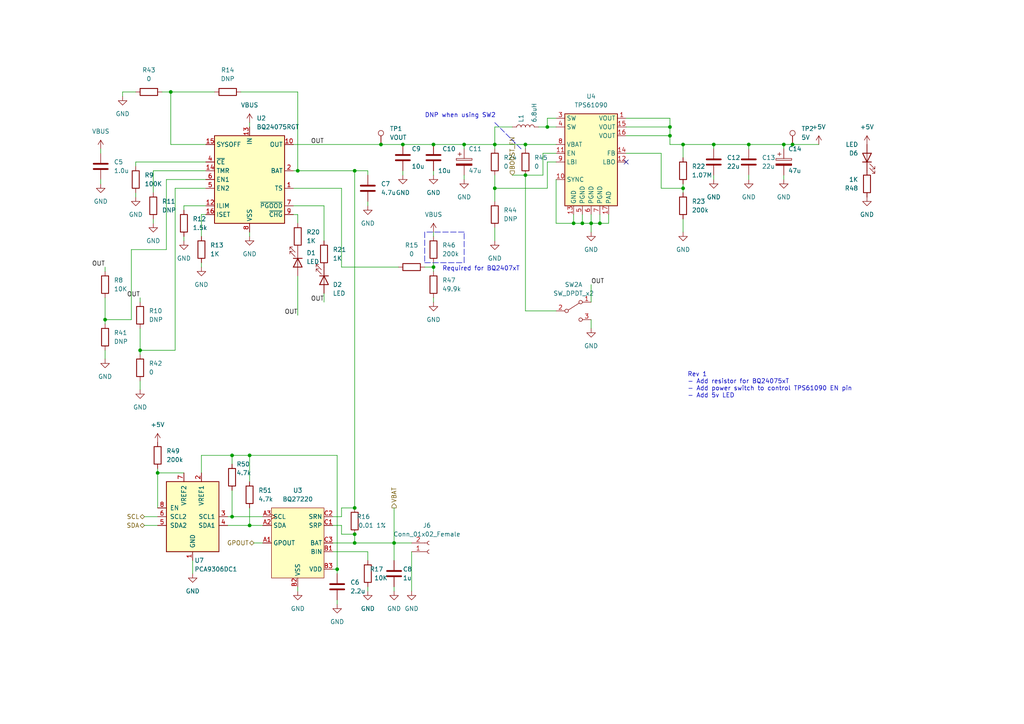
<source format=kicad_sch>
(kicad_sch (version 20211123) (generator eeschema)
  (paper "A4")
  (lib_symbols
    (symbol "Battery_Management:BQ24075RGT"
      (property "Reference" "U" (at -8.89 13.97 0))
      (property "Value" "BQ24075RGT" (at 16.51 13.97 0))
      (symbol "BQ24075RGT_0_1"
        (rectangle (start -10.16 12.7) (end 10.16 -12.7) (stroke (width 0.254)) (fill (type background)))
      )
      (symbol "BQ24075RGT_1_1"
        (pin passive line (at 12.7 -2.54 180) (length 2.54) (name "TS") (number "1"))
        (pin power_out line (at 12.7 10.16 180) (length 2.54) (name "OUT") (number "10"))
        (pin passive line (at 12.7 10.16 180) (length 2.54) hide (name "OUT") (number "11"))
        (pin passive line (at -12.7 -7.62 0) (length 2.54) (name "ILIM") (number "12"))
        (pin power_in line (at 0 15.24 270) (length 2.54) (name "IN") (number "13"))
        (pin input line (at -12.7 2.54 0) (length 2.54) (name "TMR") (number "14"))
        (pin input line (at -12.7 10.16 0) (length 2.54) (name "SYSOFF") (number "15"))
        (pin passive line (at -12.7 -10.16 0) (length 2.54) (name "ISET") (number "16"))
        (pin passive line (at 0 -15.24 90) (length 2.54) hide (name "VSS") (number "17"))
        (pin power_out line (at 12.7 2.54 180) (length 2.54) (name "BAT") (number "2"))
        (pin passive line (at 12.7 2.54 180) (length 2.54) hide (name "BAT") (number "3"))
        (pin input line (at -12.7 5.08 0) (length 2.54) (name "~{CE}") (number "4"))
        (pin input line (at -12.7 -2.54 0) (length 2.54) (name "EN2") (number "5"))
        (pin input line (at -12.7 0 0) (length 2.54) (name "EN1") (number "6"))
        (pin open_collector line (at 12.7 -7.62 180) (length 2.54) (name "~{PGOOD}") (number "7"))
        (pin power_in line (at 0 -15.24 90) (length 2.54) (name "VSS") (number "8"))
        (pin open_collector line (at 12.7 -10.16 180) (length 2.54) (name "~{CHG}") (number "9"))
      )
    )
    (symbol "Connector:Conn_01x02_Female" (pin_names (offset 1.016) hide)
      (property "Reference" "J" (at 0 2.54 0))
      (property "Value" "Conn_01x02_Female" (at 0 -5.08 0))
      (symbol "Conn_01x02_Female_1_1"
        (arc (start 0 -2.032) (mid -0.508 -2.54) (end 0 -3.048) (stroke (width 0.1524)))
        (polyline (pts (xy -1.27 -2.54) (xy -0.508 -2.54)) (stroke (width 0.1524)))
        (polyline (pts (xy -1.27 0) (xy -0.508 0)) (stroke (width 0.1524)))
        (arc (start 0 0.508) (mid -0.508 0) (end 0 -0.508) (stroke (width 0.1524)))
        (pin passive line (at -5.08 0 0) (length 3.81) (name "Pin_1") (number "1"))
        (pin passive line (at -5.08 -2.54 0) (length 3.81) (name "Pin_2") (number "2"))
      )
    )
    (symbol "Connector:TestPoint" (pin_numbers hide) (pin_names (offset 0.762) hide)
      (property "Reference" "TP" (at 0 6.858 0))
      (property "Value" "TestPoint" (at 0 5.08 0))
      (symbol "TestPoint_0_1"
        (circle (center 0 3.302) (radius 0.762))
      )
      (symbol "TestPoint_1_1"
        (pin passive line (at 0 0 90) (length 2.54) (name "1") (number "1"))
      )
    )
    (symbol "Device:C" (pin_numbers hide) (pin_names (offset 0.254))
      (property "Reference" "C" (at 0.635 2.54 0))
      (property "Value" "C" (at 0.635 -2.54 0))
      (symbol "C_0_1"
        (polyline (pts (xy -2.032 -0.762) (xy 2.032 -0.762)) (stroke (width 0.508)))
        (polyline (pts (xy -2.032 0.762) (xy 2.032 0.762)) (stroke (width 0.508)))
      )
      (symbol "C_1_1"
        (pin passive line (at 0 3.81 270) (length 2.794) (name "~") (number "1"))
        (pin passive line (at 0 -3.81 90) (length 2.794) (name "~") (number "2"))
      )
    )
    (symbol "Device:C_Polarized" (pin_numbers hide) (pin_names (offset 0.254))
      (property "Reference" "C" (at 0.635 2.54 0))
      (property "Value" "C_Polarized" (at 0.635 -2.54 0))
      (symbol "C_Polarized_0_1"
        (rectangle (start -2.286 0.508) (end 2.286 1.016))
        (polyline (pts (xy -1.778 2.286) (xy -0.762 2.286)))
        (polyline (pts (xy -1.27 2.794) (xy -1.27 1.778)))
        (rectangle (start 2.286 -0.508) (end -2.286 -1.016) (fill (type outline)))
      )
      (symbol "C_Polarized_1_1"
        (pin passive line (at 0 3.81 270) (length 2.794) (name "~") (number "1"))
        (pin passive line (at 0 -3.81 90) (length 2.794) (name "~") (number "2"))
      )
    )
    (symbol "Device:L" (pin_numbers hide) (pin_names (offset 1.016) hide)
      (property "Reference" "L" (at -1.27 0 90))
      (property "Value" "L" (at 1.905 0 90))
      (symbol "L_0_1"
        (arc (start 0 -2.54) (mid 0.635 -1.905) (end 0 -1.27))
        (arc (start 0 -1.27) (mid 0.635 -0.635) (end 0 0))
        (arc (start 0 0) (mid 0.635 0.635) (end 0 1.27))
        (arc (start 0 1.27) (mid 0.635 1.905) (end 0 2.54))
      )
      (symbol "L_1_1"
        (pin passive line (at 0 3.81 270) (length 1.27) (name "1") (number "1"))
        (pin passive line (at 0 -3.81 90) (length 1.27) (name "2") (number "2"))
      )
    )
    (symbol "Device:LED" (pin_numbers hide) (pin_names (offset 1.016) hide)
      (property "Reference" "D" (at 0 2.54 0))
      (property "Value" "LED" (at 0 -2.54 0))
      (symbol "LED_0_1"
        (polyline (pts (xy -1.27 -1.27) (xy -1.27 1.27)) (stroke (width 0.254)))
        (polyline (pts (xy -1.27 0) (xy 1.27 0)))
        (polyline (pts (xy 1.27 -1.27) (xy 1.27 1.27) (xy -1.27 0) (xy 1.27 -1.27)) (stroke (width 0.254)))
        (polyline (pts (xy -3.048 -0.762) (xy -4.572 -2.286) (xy -3.81 -2.286) (xy -4.572 -2.286) (xy -4.572 -1.524)))
        (polyline (pts (xy -1.778 -0.762) (xy -3.302 -2.286) (xy -2.54 -2.286) (xy -3.302 -2.286) (xy -3.302 -1.524)))
      )
      (symbol "LED_1_1"
        (pin passive line (at -3.81 0 0) (length 2.54) (name "K") (number "1"))
        (pin passive line (at 3.81 0 180) (length 2.54) (name "A") (number "2"))
      )
    )
    (symbol "Device:R" (pin_numbers hide) (pin_names (offset 0))
      (property "Reference" "R" (at 2.032 0 90))
      (property "Value" "R" (at 0 0 90))
      (symbol "R_0_1"
        (rectangle (start -1.016 -2.54) (end 1.016 2.54) (stroke (width 0.254)))
      )
      (symbol "R_1_1"
        (pin passive line (at 0 3.81 270) (length 1.27) (name "~") (number "1"))
        (pin passive line (at 0 -3.81 90) (length 1.27) (name "~") (number "2"))
      )
    )
    (symbol "Interface:PCA9306DC1" (pin_names (offset 1.016))
      (property "Reference" "U" (at -7.62 11.43 0))
      (property "Value" "PCA9306DC1" (at 3.81 11.43 0))
      (symbol "PCA9306DC1_0_1"
        (rectangle (start -7.62 10.16) (end 7.62 -10.16) (stroke (width 0.254)) (fill (type background)))
      )
      (symbol "PCA9306DC1_1_1"
        (pin power_in line (at 0 -12.7 90) (length 2.54) (name "GND") (number "1"))
        (pin power_in line (at -2.54 12.7 270) (length 2.54) (name "VREF1") (number "2"))
        (pin bidirectional line (at -10.16 0 0) (length 2.54) (name "SCL1") (number "3"))
        (pin bidirectional line (at -10.16 -2.54 0) (length 2.54) (name "SDA1") (number "4"))
        (pin bidirectional line (at 10.16 -2.54 180) (length 2.54) (name "SDA2") (number "5"))
        (pin bidirectional line (at 10.16 0 180) (length 2.54) (name "SCL2") (number "6"))
        (pin power_in line (at 2.54 12.7 270) (length 2.54) (name "VREF2") (number "7"))
        (pin input line (at 10.16 2.54 180) (length 2.54) (name "EN") (number "8"))
      )
    )
    (symbol "Regulator_Switching:TPS61090"
      (property "Reference" "U" (at -7.62 15.24 0))
      (property "Value" "TPS61090" (at 1.27 15.24 0))
      (symbol "TPS61090_0_0"
        (pin power_out line (at 10.16 12.7 180) (length 2.54) (name "VOUT") (number "1"))
        (pin input line (at -10.16 -5.08 0) (length 2.54) (name "SYNC") (number "10"))
        (pin input line (at -10.16 2.54 0) (length 2.54) (name "EN") (number "11"))
        (pin open_collector line (at 10.16 0 180) (length 2.54) (name "LBO") (number "12"))
        (pin power_in line (at -5.08 -15.24 90) (length 2.54) (name "GND") (number "13"))
        (pin input line (at 10.16 2.54 180) (length 2.54) (name "FB") (number "14"))
        (pin passive line (at 10.16 10.16 180) (length 2.54) (name "VOUT") (number "15"))
        (pin passive line (at 10.16 7.62 180) (length 2.54) (name "VOUT") (number "16"))
        (pin power_in line (at 5.08 -15.24 90) (length 2.54) (name "PAD") (number "17"))
        (pin no_connect line (at 10.16 -5.08 180) (length 2.54) hide (name "NC") (number "2"))
        (pin passive line (at -10.16 12.7 0) (length 2.54) (name "SW") (number "3"))
        (pin passive line (at -10.16 10.16 0) (length 2.54) (name "SW") (number "4"))
        (pin power_in line (at -2.54 -15.24 90) (length 2.54) (name "PGND") (number "5"))
        (pin power_in line (at 0 -15.24 90) (length 2.54) (name "PGND") (number "6"))
        (pin power_in line (at 2.54 -15.24 90) (length 2.54) (name "PGND") (number "7"))
        (pin power_in line (at -10.16 5.08 0) (length 2.54) (name "VBAT") (number "8"))
        (pin input line (at -10.16 0 0) (length 2.54) (name "LBI") (number "9"))
      )
      (symbol "TPS61090_0_1"
        (rectangle (start -7.62 13.97) (end 7.62 -12.7) (stroke (width 0.254)) (fill (type background)))
      )
    )
    (symbol "Switch:SW_DPDT_x2" (pin_names (offset 0) hide)
      (property "Reference" "SW" (at 0 4.318 0))
      (property "Value" "SW_DPDT_x2" (at 0 -5.08 0))
      (symbol "SW_DPDT_x2_0_0"
        (circle (center -2.032 0) (radius 0.508))
        (circle (center 2.032 -2.54) (radius 0.508))
      )
      (symbol "SW_DPDT_x2_0_1"
        (polyline (pts (xy -1.524 0.254) (xy 1.651 2.286)))
        (circle (center 2.032 2.54) (radius 0.508))
      )
      (symbol "SW_DPDT_x2_1_1"
        (pin passive line (at 5.08 2.54 180) (length 2.54) (name "A") (number "1"))
        (pin passive line (at -5.08 0 0) (length 2.54) (name "B") (number "2"))
        (pin passive line (at 5.08 -2.54 180) (length 2.54) (name "C") (number "3"))
      )
      (symbol "SW_DPDT_x2_2_1"
        (pin passive line (at 5.08 2.54 180) (length 2.54) (name "A") (number "4"))
        (pin passive line (at -5.08 0 0) (length 2.54) (name "B") (number "5"))
        (pin passive line (at 5.08 -2.54 180) (length 2.54) (name "C") (number "6"))
      )
    )
    (symbol "dactyl_manuform:BQ27220"
      (property "Reference" "U?" (at 3.175 14.605 0))
      (property "Value" "BQ27220" (at 3.175 12.7 0))
      (symbol "BQ27220_0_1"
        (rectangle (start -7.62 10.16) (end 7.62 -10.16) (fill (type background)))
      )
      (symbol "BQ27220_1_1"
        (pin output line (at -10.16 0 0) (length 2.54) (name "GPOUT") (number "A1"))
        (pin bidirectional line (at -10.16 5.08 0) (length 2.54) (name "SDA") (number "A2"))
        (pin bidirectional clock (at -10.16 7.62 0) (length 2.54) (name "SCL") (number "A3"))
        (pin input line (at 10.16 -2.54 180) (length 2.54) (name "BIN") (number "B1"))
        (pin power_in line (at 0 -12.7 90) (length 2.54) (name "VSS") (number "B2"))
        (pin power_out line (at 10.16 -7.62 180) (length 2.54) (name "VDD") (number "B3"))
        (pin input line (at 10.16 5.08 180) (length 2.54) (name "SRP") (number "C1"))
        (pin input line (at 10.16 7.62 180) (length 2.54) (name "SRN") (number "C2"))
        (pin input line (at 10.16 0 180) (length 2.54) (name "BAT") (number "C3"))
      )
    )
    (symbol "power:+5V" (power) (pin_names (offset 0))
      (property "Value" "+5V" (at 0 3.556 0))
      (symbol "+5V_0_1"
        (polyline (pts (xy -0.762 1.27) (xy 0 2.54)))
        (polyline (pts (xy 0 0) (xy 0 2.54)))
        (polyline (pts (xy 0 2.54) (xy 0.762 1.27)))
      )
      (symbol "+5V_1_1"
        (pin power_in line (at 0 0 90) (length 0) hide (name "+5V") (number "1"))
      )
    )
    (symbol "power:GND" (power) (pin_names (offset 0))
      (property "Value" "GND" (at 0 -3.81 0))
      (symbol "GND_0_1"
        (polyline (pts (xy 0 0) (xy 0 -1.27) (xy 1.27 -1.27) (xy 0 -2.54) (xy -1.27 -1.27) (xy 0 -1.27)))
      )
      (symbol "GND_1_1"
        (pin power_in line (at 0 0 270) (length 0) hide (name "GND") (number "1"))
      )
    )
    (symbol "power:VBUS" (power) (pin_names (offset 0))
      (property "Value" "VBUS" (at 0 3.81 0))
      (symbol "VBUS_0_1"
        (polyline (pts (xy -0.762 1.27) (xy 0 2.54)))
        (polyline (pts (xy 0 0) (xy 0 2.54)))
        (polyline (pts (xy 0 2.54) (xy 0.762 1.27)))
      )
      (symbol "VBUS_1_1"
        (pin power_in line (at 0 0 90) (length 0) hide (name "VBUS") (number "1"))
      )
    )
  )
  (junction (at 114.3 157.48))
  (junction (at 102.87 49.53))
  (junction (at 158.75 36.83))
  (junction (at 102.87 147.32))
  (junction (at 40.64 101.6))
  (junction (at 86.36 49.53))
  (junction (at 30.48 92.71))
  (junction (at 152.4 41.91))
  (junction (at 49.53 26.67))
  (junction (at 67.31 132.08))
  (junction (at 171.45 64.77))
  (junction (at 102.87 157.48))
  (junction (at 45.72 137.16))
  (junction (at 72.39 132.08))
  (junction (at 143.51 54.61))
  (junction (at 72.39 152.4))
  (junction (at 125.73 77.47))
  (junction (at 166.37 64.77))
  (junction (at 97.79 165.1))
  (junction (at 227.33 41.91))
  (junction (at 67.31 149.86))
  (junction (at 194.31 39.37))
  (junction (at 217.17 41.91))
  (junction (at 229.87 41.91))
  (junction (at 134.62 41.91))
  (junction (at 110.49 41.91))
  (junction (at 116.84 41.91))
  (junction (at 194.31 36.83))
  (junction (at 207.01 41.91))
  (junction (at 143.51 41.91))
  (junction (at 152.4 50.8))
  (junction (at 168.91 64.77))
  (junction (at 125.73 41.91))
  (junction (at 102.87 154.94))
  (junction (at 173.99 64.77))
  (junction (at 198.12 41.91))
  (junction (at 198.12 54.61))
  (no_connect (at 181.61 46.99))
  (wire (pts (xy 181.61 39.37) (xy 194.31 39.37)))
  (wire (pts (xy 48.26 72.39) (xy 48.26 52.07)))
  (wire (pts (xy 194.31 41.91) (xy 198.12 41.91)))
  (wire (pts (xy 72.39 152.4) (xy 76.2 152.4)))
  (wire (pts (xy 49.53 26.67) (xy 49.53 41.91)))
  (wire (pts (xy 125.73 76.2) (xy 125.73 77.47)))
  (wire (pts (xy 158.75 34.29) (xy 158.75 36.83)))
  (wire (pts (xy 44.45 49.53) (xy 59.69 49.53)))
  (wire (pts (xy 40.64 101.6) (xy 40.64 102.87)))
  (wire (pts (xy 106.68 50.8) (xy 106.68 49.53)))
  (wire (pts (xy 30.48 101.6) (xy 30.48 104.14)))
  (wire (pts (xy 29.21 52.07) (xy 29.21 53.34)))
  (wire (pts (xy 86.36 26.67) (xy 86.36 49.53)))
  (wire (pts (xy 158.75 36.83) (xy 161.29 36.83)))
  (wire (pts (xy 171.45 64.77) (xy 171.45 67.31)))
  (wire (pts (xy 72.39 132.08) (xy 97.79 132.08)))
  (wire (pts (xy 99.06 147.32) (xy 102.87 147.32)))
  (wire (pts (xy 166.37 64.77) (xy 168.91 64.77)))
  (wire (pts (xy 158.75 36.83) (xy 156.21 36.83)))
  (wire (pts (xy 39.37 46.99) (xy 59.69 46.99)))
  (wire (pts (xy 152.4 41.91) (xy 152.4 43.18)))
  (wire (pts (xy 106.68 49.53) (xy 102.87 49.53)))
  (wire (pts (xy 41.91 152.4) (xy 45.72 152.4)))
  (wire (pts (xy 217.17 41.91) (xy 217.17 43.18)))
  (wire (pts (xy 93.98 59.69) (xy 93.98 69.85)))
  (wire (pts (xy 102.87 157.48) (xy 114.3 157.48)))
  (wire (pts (xy 85.09 62.23) (xy 86.36 62.23)))
  (wire (pts (xy 157.48 50.8) (xy 152.4 50.8)))
  (polyline (pts (xy 123.19 76.2) (xy 123.19 76.2)))
  (wire (pts (xy 125.73 41.91) (xy 134.62 41.91)))
  (wire (pts (xy 171.45 92.71) (xy 171.45 95.25)))
  (wire (pts (xy 67.31 142.24) (xy 67.31 149.86)))
  (wire (pts (xy 58.42 132.08) (xy 67.31 132.08)))
  (wire (pts (xy 59.69 59.69) (xy 53.34 59.69)))
  (wire (pts (xy 86.36 170.18) (xy 86.36 171.45)))
  (wire (pts (xy 171.45 82.55) (xy 171.45 87.63)))
  (wire (pts (xy 93.98 59.69) (xy 85.09 59.69)))
  (wire (pts (xy 58.42 76.2) (xy 58.42 77.47)))
  (wire (pts (xy 207.01 50.8) (xy 207.01 52.07)))
  (wire (pts (xy 86.36 49.53) (xy 102.87 49.53)))
  (wire (pts (xy 158.75 54.61) (xy 143.51 54.61)))
  (wire (pts (xy 50.8 54.61) (xy 59.69 54.61)))
  (wire (pts (xy 67.31 149.86) (xy 76.2 149.86)))
  (wire (pts (xy 114.3 157.48) (xy 114.3 162.56)))
  (wire (pts (xy 161.29 52.07) (xy 161.29 64.77)))
  (wire (pts (xy 40.64 101.6) (xy 50.8 101.6)))
  (wire (pts (xy 86.36 80.01) (xy 86.36 91.44)))
  (wire (pts (xy 99.06 54.61) (xy 99.06 77.47)))
  (wire (pts (xy 67.31 132.08) (xy 67.31 134.62)))
  (wire (pts (xy 198.12 63.5) (xy 198.12 67.31)))
  (wire (pts (xy 69.85 26.67) (xy 86.36 26.67)))
  (wire (pts (xy 116.84 41.91) (xy 125.73 41.91)))
  (wire (pts (xy 181.61 34.29) (xy 194.31 34.29)))
  (wire (pts (xy 143.51 66.04) (xy 143.51 69.85)))
  (wire (pts (xy 161.29 46.99) (xy 158.75 46.99)))
  (wire (pts (xy 119.38 160.02) (xy 119.38 171.45)))
  (wire (pts (xy 96.52 157.48) (xy 102.87 157.48)))
  (wire (pts (xy 191.77 54.61) (xy 198.12 54.61)))
  (wire (pts (xy 66.04 149.86) (xy 67.31 149.86)))
  (wire (pts (xy 30.48 77.47) (xy 30.48 78.74)))
  (wire (pts (xy 39.37 55.88) (xy 39.37 57.15)))
  (wire (pts (xy 30.48 92.71) (xy 30.48 93.98)))
  (wire (pts (xy 72.39 147.32) (xy 72.39 152.4)))
  (wire (pts (xy 143.51 54.61) (xy 143.51 58.42)))
  (wire (pts (xy 93.98 85.09) (xy 93.98 87.63)))
  (polyline (pts (xy 134.62 67.31) (xy 123.19 67.31)))
  (wire (pts (xy 85.09 41.91) (xy 110.49 41.91)))
  (wire (pts (xy 125.73 87.63) (xy 125.73 86.36)))
  (wire (pts (xy 58.42 137.16) (xy 58.42 132.08)))
  (wire (pts (xy 198.12 54.61) (xy 198.12 55.88)))
  (wire (pts (xy 143.51 41.91) (xy 152.4 41.91)))
  (wire (pts (xy 106.68 160.02) (xy 106.68 162.56)))
  (wire (pts (xy 143.51 36.83) (xy 143.51 41.91)))
  (wire (pts (xy 30.48 86.36) (xy 30.48 92.71)))
  (wire (pts (xy 53.34 59.69) (xy 53.34 60.96)))
  (wire (pts (xy 99.06 77.47) (xy 115.57 77.47)))
  (wire (pts (xy 181.61 44.45) (xy 191.77 44.45)))
  (wire (pts (xy 191.77 44.45) (xy 191.77 54.61)))
  (wire (pts (xy 72.39 132.08) (xy 72.39 139.7)))
  (wire (pts (xy 168.91 62.23) (xy 168.91 64.77)))
  (wire (pts (xy 53.34 68.58) (xy 53.34 69.85)))
  (wire (pts (xy 198.12 41.91) (xy 207.01 41.91)))
  (wire (pts (xy 44.45 55.88) (xy 44.45 49.53)))
  (wire (pts (xy 45.72 137.16) (xy 53.34 137.16)))
  (wire (pts (xy 227.33 41.91) (xy 227.33 43.18)))
  (wire (pts (xy 66.04 152.4) (xy 72.39 152.4)))
  (wire (pts (xy 85.09 54.61) (xy 99.06 54.61)))
  (wire (pts (xy 227.33 41.91) (xy 229.87 41.91)))
  (wire (pts (xy 102.87 157.48) (xy 102.87 154.94)))
  (wire (pts (xy 217.17 41.91) (xy 227.33 41.91)))
  (wire (pts (xy 67.31 132.08) (xy 72.39 132.08)))
  (polyline (pts (xy 143.51 35.56) (xy 151.13 43.18)))
  (wire (pts (xy 97.79 173.99) (xy 97.79 175.26)))
  (wire (pts (xy 85.09 49.53) (xy 86.36 49.53)))
  (wire (pts (xy 207.01 41.91) (xy 207.01 43.18)))
  (wire (pts (xy 99.06 154.94) (xy 102.87 154.94)))
  (wire (pts (xy 97.79 165.1) (xy 97.79 166.37)))
  (wire (pts (xy 96.52 149.86) (xy 99.06 149.86)))
  (wire (pts (xy 166.37 62.23) (xy 166.37 64.77)))
  (wire (pts (xy 134.62 41.91) (xy 134.62 43.18)))
  (wire (pts (xy 181.61 36.83) (xy 194.31 36.83)))
  (wire (pts (xy 114.3 157.48) (xy 119.38 157.48)))
  (wire (pts (xy 171.45 62.23) (xy 171.45 64.77)))
  (wire (pts (xy 99.06 152.4) (xy 99.06 154.94)))
  (wire (pts (xy 72.39 35.56) (xy 72.39 36.83)))
  (wire (pts (xy 168.91 64.77) (xy 171.45 64.77)))
  (wire (pts (xy 39.37 48.26) (xy 39.37 46.99)))
  (wire (pts (xy 114.3 147.32) (xy 114.3 157.48)))
  (wire (pts (xy 134.62 50.8) (xy 134.62 52.07)))
  (wire (pts (xy 114.3 171.45) (xy 114.3 170.18)))
  (wire (pts (xy 143.51 41.91) (xy 143.51 43.18)))
  (wire (pts (xy 217.17 50.8) (xy 217.17 52.07)))
  (wire (pts (xy 198.12 41.91) (xy 198.12 45.72)))
  (wire (pts (xy 102.87 49.53) (xy 102.87 147.32)))
  (wire (pts (xy 123.19 77.47) (xy 125.73 77.47)))
  (wire (pts (xy 148.59 50.8) (xy 152.4 50.8)))
  (polyline (pts (xy 123.19 76.2) (xy 134.62 76.2)))
  (wire (pts (xy 161.29 34.29) (xy 158.75 34.29)))
  (wire (pts (xy 161.29 90.17) (xy 152.4 90.17)))
  (wire (pts (xy 73.66 157.48) (xy 76.2 157.48)))
  (wire (pts (xy 30.48 92.71) (xy 38.1 92.71)))
  (wire (pts (xy 134.62 41.91) (xy 143.51 41.91)))
  (wire (pts (xy 176.53 62.23) (xy 176.53 64.77)))
  (wire (pts (xy 96.52 152.4) (xy 99.06 152.4)))
  (wire (pts (xy 125.73 78.74) (xy 125.73 77.47)))
  (wire (pts (xy 40.64 86.36) (xy 40.64 87.63)))
  (polyline (pts (xy 134.62 76.2) (xy 134.62 67.31)))
  (wire (pts (xy 148.59 36.83) (xy 143.51 36.83)))
  (wire (pts (xy 152.4 41.91) (xy 161.29 41.91)))
  (wire (pts (xy 97.79 132.08) (xy 97.79 165.1)))
  (wire (pts (xy 116.84 49.53) (xy 116.84 50.8)))
  (wire (pts (xy 227.33 50.8) (xy 227.33 52.07)))
  (wire (pts (xy 35.56 26.67) (xy 35.56 27.94)))
  (wire (pts (xy 29.21 43.18) (xy 29.21 44.45)))
  (wire (pts (xy 86.36 62.23) (xy 86.36 64.77)))
  (wire (pts (xy 50.8 54.61) (xy 50.8 101.6)))
  (wire (pts (xy 45.72 135.89) (xy 45.72 137.16)))
  (wire (pts (xy 143.51 50.8) (xy 143.51 54.61)))
  (wire (pts (xy 229.87 41.91) (xy 237.49 41.91)))
  (wire (pts (xy 158.75 46.99) (xy 158.75 54.61)))
  (wire (pts (xy 96.52 160.02) (xy 106.68 160.02)))
  (polyline (pts (xy 123.19 76.2) (xy 123.19 76.2)))
  (wire (pts (xy 49.53 26.67) (xy 62.23 26.67)))
  (wire (pts (xy 152.4 90.17) (xy 152.4 50.8)))
  (wire (pts (xy 48.26 52.07) (xy 59.69 52.07)))
  (wire (pts (xy 41.91 149.86) (xy 45.72 149.86)))
  (wire (pts (xy 207.01 41.91) (xy 217.17 41.91)))
  (wire (pts (xy 40.64 95.25) (xy 40.64 101.6)))
  (wire (pts (xy 173.99 62.23) (xy 173.99 64.77)))
  (wire (pts (xy 173.99 64.77) (xy 171.45 64.77)))
  (wire (pts (xy 49.53 41.91) (xy 59.69 41.91)))
  (wire (pts (xy 125.73 49.53) (xy 125.73 50.8)))
  (wire (pts (xy 38.1 72.39) (xy 48.26 72.39)))
  (wire (pts (xy 40.64 110.49) (xy 40.64 113.03)))
  (wire (pts (xy 55.88 162.56) (xy 55.88 166.37)))
  (wire (pts (xy 161.29 44.45) (xy 157.48 44.45)))
  (wire (pts (xy 106.68 58.42) (xy 106.68 59.69)))
  (wire (pts (xy 72.39 67.31) (xy 72.39 68.58)))
  (wire (pts (xy 194.31 34.29) (xy 194.31 36.83)))
  (wire (pts (xy 157.48 44.45) (xy 157.48 50.8)))
  (polyline (pts (xy 123.19 67.31) (xy 123.19 76.2)))
  (wire (pts (xy 161.29 64.77) (xy 166.37 64.77)))
  (wire (pts (xy 44.45 63.5) (xy 44.45 64.77)))
  (wire (pts (xy 125.73 67.31) (xy 125.73 68.58)))
  (wire (pts (xy 99.06 149.86) (xy 99.06 147.32)))
  (wire (pts (xy 59.69 62.23) (xy 58.42 62.23)))
  (wire (pts (xy 106.68 170.18) (xy 106.68 171.45)))
  (wire (pts (xy 198.12 53.34) (xy 198.12 54.61)))
  (wire (pts (xy 46.99 26.67) (xy 49.53 26.67)))
  (wire (pts (xy 45.72 137.16) (xy 45.72 147.32)))
  (wire (pts (xy 38.1 92.71) (xy 38.1 72.39)))
  (wire (pts (xy 194.31 39.37) (xy 194.31 41.91)))
  (wire (pts (xy 96.52 165.1) (xy 97.79 165.1)))
  (wire (pts (xy 194.31 36.83) (xy 194.31 39.37)))
  (wire (pts (xy 35.56 26.67) (xy 39.37 26.67)))
  (wire (pts (xy 110.49 41.91) (xy 116.84 41.91)))
  (wire (pts (xy 58.42 62.23) (xy 58.42 68.58)))
  (wire (pts (xy 176.53 64.77) (xy 173.99 64.77)))
  (text "DNP when using SW2" (at 123.19 34.29 0) (effects (font (size 1.27 1.27)) (justify left bottom)))
  (text "Required for BQ2407xT" (at 128.27 78.74 0) (effects (font (size 1.27 1.27)) (justify left bottom)))
  (text "Rev 1\n- Add resistor for BQ24075xT\n- Add power switch to control TPS61090 EN pin\n- Add 5v LED" (at 199.39 115.57 0) (effects (font (size 1.27 1.27)) (justify left bottom)))
  (label "OUT" (at 93.98 87.63 180))
  (label "OUT" (at 30.48 77.47 180))
  (label "OUT" (at 171.45 82.55 0))
  (label "OUT" (at 93.98 41.91 180))
  (label "OUT" (at 86.36 91.44 180))
  (label "OUT" (at 40.64 86.36 180))
  (hierarchical_label "SCL" (shape bidirectional) (at 41.91 149.86 180))
  (hierarchical_label "BOOST_EN" (shape input) (at 148.59 50.8 90))
  (hierarchical_label "SDA" (shape bidirectional) (at 41.91 152.4 180))
  (hierarchical_label "VBAT" (shape output) (at 114.3 147.32 90))
  (hierarchical_label "GPOUT" (shape bidirectional) (at 73.66 157.48 180))
  (symbol (lib_id "power:GND") (at 106.68 59.69 0) (unit 1)
    (property "Reference" "#PWR0122" (effects hide))
    (property "Value" "GND" (at 106.68 64.77 0))
  )
  (symbol (lib_id "Device:C_Polarized") (at 134.62 46.99 0) (unit 1)
    (property "Reference" "C11" (at 135.89 43.18 0) (effects (justify left)))
    (property "Value" "47u" (at 135.89 49.53 0) (effects (justify left)))
    (property "Footprint" "Capacitor_Tantalum_SMD:CP_EIA-3216-18_Kemet-A" (effects hide))
  )
  (symbol (lib_id "power:GND") (at 114.3 171.45 0) (unit 1)
    (property "Reference" "#PWR0120" (effects hide))
    (property "Value" "GND" (at 114.3 176.53 0))
  )
  (symbol (lib_id "Device:R") (at 125.73 82.55 180) (unit 1)
    (property "Reference" "R47" (at 128.27 81.2799 0) (effects (justify right)))
    (property "Value" "49.9k" (at 128.27 83.8199 0) (effects (justify right)))
    (property "Footprint" "Resistor_SMD:R_0603_1608Metric" (effects hide))
  )
  (symbol (lib_id "power:GND") (at 72.39 68.58 0) (unit 1)
    (property "Reference" "#PWR0126" (effects hide))
    (property "Value" "GND" (at 72.39 73.66 0))
  )
  (symbol (lib_id "Device:R") (at 198.12 59.69 180) (unit 1)
    (property "Reference" "R23" (at 200.66 58.4199 0) (effects (justify right)))
    (property "Value" "200k" (at 200.66 60.9599 0) (effects (justify right)))
    (property "Footprint" "Resistor_SMD:R_0603_1608Metric" (effects hide))
  )
  (symbol (lib_id "Device:C") (at 29.21 48.26 0) (unit 1)
    (property "Reference" "C5" (at 33.02 46.9899 0) (effects (justify left)))
    (property "Value" "1.0u" (at 33.02 49.5299 0) (effects (justify left)))
    (property "Footprint" "Capacitor_SMD:C_0603_1608Metric" (effects hide))
  )
  (symbol (lib_id "Device:R") (at 43.18 26.67 90) (unit 1)
    (property "Reference" "R43" (at 43.18 20.32 90))
    (property "Value" "0" (at 43.18 22.86 90))
    (property "Footprint" "Resistor_SMD:R_0603_1608Metric" (effects hide))
  )
  (symbol (lib_id "power:GND") (at 30.48 104.14 0) (unit 1)
    (property "Reference" "#PWR0132" (effects hide))
    (property "Value" "GND" (at 30.48 109.22 0))
  )
  (symbol (lib_id "Device:C") (at 97.79 170.18 0) (unit 1)
    (property "Reference" "C6" (at 101.6 168.9099 0) (effects (justify left)))
    (property "Value" "2.2u" (at 101.6 171.4499 0) (effects (justify left)))
    (property "Footprint" "Capacitor_SMD:C_0603_1608Metric" (effects hide))
  )
  (symbol (lib_id "Regulator_Switching:TPS61090") (at 171.45 46.99 0) (unit 1)
    (property "Reference" "U4" (at 171.45 27.94 0))
    (property "Value" "TPS61090" (at 171.45 30.48 0))
    (property "Footprint" "Package_DFN_QFN:Texas_S-PVQFN-N16_EP2.7x2.7mm" (effects hide))
    (property "Datasheet" "http://www.ti.com/lit/ds/symlink/tps61090.pdf" (effects hide))
  )
  (symbol (lib_id "power:GND") (at 40.64 113.03 0) (unit 1)
    (property "Reference" "#PWR0133" (effects hide))
    (property "Value" "GND" (at 40.64 118.11 0))
  )
  (symbol (lib_id "power:GND") (at 97.79 175.26 0) (unit 1)
    (property "Reference" "#PWR0117" (effects hide))
    (property "Value" "GND" (at 97.79 180.34 0))
  )
  (symbol (lib_id "power:GND") (at 106.68 171.45 0) (unit 1)
    (property "Reference" "#PWR0118" (effects hide))
    (property "Value" "GND" (at 106.68 176.53 0))
  )
  (symbol (lib_id "Device:R") (at 86.36 68.58 180) (unit 1)
    (property "Reference" "R20" (at 88.9 67.3099 0) (effects (justify right)))
    (property "Value" "1K" (at 88.9 69.8499 0) (effects (justify right)))
    (property "Footprint" "Resistor_SMD:R_0603_1608Metric" (effects hide))
  )
  (symbol (lib_id "power:GND") (at 134.62 52.07 0) (unit 1)
    (property "Reference" "#PWR0142" (effects hide))
    (property "Value" "GND" (at 134.62 57.15 0))
  )
  (symbol (lib_id "Device:LED") (at 251.46 45.72 90) (unit 1)
    (property "Reference" "D6" (at 248.92 44.45 90) (effects (justify left)))
    (property "Value" "LED" (at 248.92 41.91 90) (effects (justify left)))
    (property "Footprint" "LED_SMD:LED_0603_1608Metric" (effects hide))
  )
  (symbol (lib_id "Device:R") (at 39.37 52.07 180) (unit 1)
    (property "Reference" "R9" (at 41.91 50.7999 0) (effects (justify right)))
    (property "Value" "100K" (at 41.91 53.3399 0) (effects (justify right)))
    (property "Footprint" "Resistor_SMD:R_0603_1608Metric" (effects hide))
  )
  (symbol (lib_id "Device:R") (at 143.51 46.99 180) (unit 1)
    (property "Reference" "R24" (at 146.05 45.7199 0) (effects (justify right)))
    (property "Value" "0" (at 146.05 48.2599 0) (effects (justify right)))
    (property "Footprint" "Resistor_SMD:R_0603_1608Metric" (effects hide))
  )
  (symbol (lib_id "Device:R") (at 198.12 49.53 180) (unit 1)
    (property "Reference" "R22" (at 200.66 48.2599 0) (effects (justify right)))
    (property "Value" "1.07M" (at 200.66 50.7999 0) (effects (justify right)))
    (property "Footprint" "Resistor_SMD:R_0603_1608Metric" (effects hide))
  )
  (symbol (lib_id "power:GND") (at 227.33 52.07 0) (unit 1)
    (property "Reference" "#PWR0141" (effects hide))
    (property "Value" "GND" (at 227.33 57.15 0))
  )
  (symbol (lib_id "Interface:PCA9306DC1") (at 55.88 149.86 0) (mirror y) (unit 1)
    (property "Reference" "U7" (at 56.4006 162.56 0) (effects (justify right)))
    (property "Value" "PCA9306DC1" (at 56.4006 165.1 0) (effects (justify right)))
    (property "Footprint" "Package_SO:VSSOP-8_2.3x2mm_P0.5mm" (effects hide))
    (property "Datasheet" "https://www.nxp.com/docs/en/data-sheet/PCA9306.pdf" (effects hide))
  )
  (symbol (lib_id "Device:C") (at 207.01 46.99 0) (unit 1)
    (property "Reference" "C12" (at 210.82 45.7199 0) (effects (justify left)))
    (property "Value" "22u" (at 210.82 48.2599 0) (effects (justify left)))
    (property "Footprint" "Capacitor_SMD:C_0805_2012Metric" (effects hide))
  )
  (symbol (lib_id "Device:R") (at 102.87 151.13 180) (unit 1)
    (property "Reference" "R16" (at 105.41 149.86 0))
    (property "Value" "0.01 1%" (at 107.95 152.4 0))
    (property "Footprint" "Resistor_SMD:R_2512_6332Metric" (effects hide))
  )
  (symbol (lib_id "Switch:SW_DPDT_x2") (at 166.37 90.17 0) (unit 1)
    (property "Reference" "SW2" (at 166.37 82.55 0))
    (property "Value" "SW_DPDT_x2" (at 166.37 85.09 0))
    (property "Footprint" "TPS63802DLAR:SW_DPDT_CK_JS202011JCQN" (effects hide))
  )
  (symbol (lib_id "power:GND") (at 251.46 57.15 0) (unit 1)
    (property "Reference" "#PWR0207" (effects hide))
    (property "Value" "GND" (at 251.46 62.23 0))
  )
  (symbol (lib_id "Device:C") (at 217.17 46.99 0) (unit 1)
    (property "Reference" "C13" (at 220.98 45.7199 0) (effects (justify left)))
    (property "Value" "22u" (at 220.98 48.2599 0) (effects (justify left)))
    (property "Footprint" "Capacitor_SMD:C_0805_2012Metric" (effects hide))
  )
  (symbol (lib_id "power:GND") (at 35.56 27.94 0) (unit 1)
    (property "Reference" "#PWR0129" (effects hide))
    (property "Value" "GND" (at 35.56 33.02 0))
  )
  (symbol (lib_id "Device:R") (at 40.64 106.68 180) (unit 1)
    (property "Reference" "R42" (at 43.18 105.4099 0) (effects (justify right)))
    (property "Value" "0" (at 43.18 107.9499 0) (effects (justify right)))
    (property "Footprint" "Resistor_SMD:R_0603_1608Metric" (effects hide))
  )
  (symbol (lib_id "power:GND") (at 58.42 77.47 0) (unit 1)
    (property "Reference" "#PWR0135" (effects hide))
    (property "Value" "GND" (at 58.42 82.55 0))
  )
  (symbol (lib_id "power:GND") (at 125.73 87.63 0) (unit 1)
    (property "Reference" "#PWR0210" (effects hide))
    (property "Value" "GND" (at 125.73 92.71 0))
  )
  (symbol (lib_id "Device:C") (at 125.73 45.72 0) (unit 1)
    (property "Reference" "C10" (at 128.27 43.18 0) (effects (justify left)))
    (property "Value" "10u" (at 127 49.53 0) (effects (justify left)))
    (property "Footprint" "Capacitor_SMD:C_0805_2012Metric" (effects hide))
  )
  (symbol (lib_id "Device:R") (at 152.4 46.99 180) (unit 1)
    (property "Reference" "R45" (at 154.94 45.7199 0) (effects (justify right)))
    (property "Value" "0" (at 154.94 48.2599 0) (effects (justify right)))
    (property "Footprint" "Resistor_SMD:R_0603_1608Metric" (effects hide))
  )
  (symbol (lib_id "Device:R") (at 67.31 138.43 180) (unit 1)
    (property "Reference" "R50" (at 68.58 134.62 0) (effects (justify right)))
    (property "Value" "4.7k" (at 68.58 137.16 0) (effects (justify right)))
    (property "Footprint" "Resistor_SMD:R_0603_1608Metric" (effects hide))
  )
  (symbol (lib_id "Device:R") (at 72.39 143.51 180) (unit 1)
    (property "Reference" "R51" (at 74.93 142.2399 0) (effects (justify right)))
    (property "Value" "4.7k" (at 74.93 144.7799 0) (effects (justify right)))
    (property "Footprint" "Resistor_SMD:R_0603_1608Metric" (effects hide))
  )
  (symbol (lib_id "Device:L") (at 152.4 36.83 90) (unit 1)
    (property "Reference" "L1" (at 151.1299 35.56 0) (effects (justify left)))
    (property "Value" "6.8uH" (at 154.94 35.56 0) (effects (justify left)))
    (property "Footprint" "Inductor_SMD:L_Taiyo-Yuden_NR-80xx_HandSoldering" (effects hide))
  )
  (symbol (lib_id "Device:LED") (at 93.98 81.28 270) (unit 1)
    (property "Reference" "D2" (at 96.52 82.55 90) (effects (justify left)))
    (property "Value" "LED" (at 96.52 85.09 90) (effects (justify left)))
    (property "Footprint" "LED_SMD:LED_0603_1608Metric" (effects hide))
  )
  (symbol (lib_id "power:VBUS") (at 29.21 43.18 0) (unit 1)
    (property "Reference" "#PWR0127" (effects hide))
    (property "Value" "VBUS" (at 29.21 38.1 0))
  )
  (symbol (lib_id "Device:C") (at 114.3 166.37 0) (unit 1)
    (property "Reference" "C8" (at 116.84 165.1 0) (effects (justify left)))
    (property "Value" "1u" (at 116.84 167.64 0) (effects (justify left)))
    (property "Footprint" "Capacitor_SMD:C_0603_1608Metric" (effects hide))
  )
  (symbol (lib_id "Device:R") (at 58.42 72.39 180) (unit 1)
    (property "Reference" "R13" (at 60.96 71.1199 0) (effects (justify right)))
    (property "Value" "1K" (at 60.96 73.6599 0) (effects (justify right)))
    (property "Footprint" "Resistor_SMD:R_0603_1608Metric" (effects hide))
  )
  (symbol (lib_id "Connector:TestPoint") (at 110.49 41.91 0) (unit 1)
    (property "Reference" "TP1" (at 113.03 37.3379 0) (effects (justify left)))
    (property "Value" "VOUT" (at 113.03 39.8779 0) (effects (justify left)))
    (property "Footprint" "TestPoint:TestPoint_Keystone_5019_Minature" (effects hide))
  )
  (symbol (lib_id "power:GND") (at 44.45 64.77 0) (unit 1)
    (property "Reference" "#PWR0131" (effects hide))
    (property "Value" "GND" (at 44.45 69.85 0))
  )
  (symbol (lib_id "Device:C") (at 106.68 54.61 0) (unit 1)
    (property "Reference" "C7" (at 110.49 53.3399 0) (effects (justify left)))
    (property "Value" "4.7u" (at 110.49 55.8799 0) (effects (justify left)))
    (property "Footprint" "Capacitor_SMD:C_0603_1608Metric" (effects hide))
  )
  (symbol (lib_id "power:GND") (at 171.45 95.25 0) (unit 1)
    (property "Reference" "#PWR0208" (effects hide))
    (property "Value" "GND" (at 171.45 100.33 0))
  )
  (symbol (lib_id "Connector:Conn_01x02_Female") (at 124.46 160.02 0) (mirror x) (unit 1)
    (property "Reference" "J6" (at 123.825 152.4 0))
    (property "Value" "Conn_01x02_Female" (at 123.825 154.94 0))
    (property "Footprint" "Connector_JST:JST_PH_B2B-PH-K_1x02_P2.00mm_Vertical" (effects hide))
  )
  (symbol (lib_id "power:GND") (at 29.21 53.34 0) (unit 1)
    (property "Reference" "#PWR0128" (effects hide))
    (property "Value" "GND" (at 29.21 58.42 0))
  )
  (symbol (lib_id "Device:R") (at 93.98 73.66 180) (unit 1)
    (property "Reference" "R21" (at 96.52 72.3899 0) (effects (justify right)))
    (property "Value" "1K" (at 96.52 74.9299 0) (effects (justify right)))
    (property "Footprint" "Resistor_SMD:R_0603_1608Metric" (effects hide))
  )
  (symbol (lib_id "Device:R") (at 106.68 166.37 180) (unit 1)
    (property "Reference" "R17" (at 109.22 165.1 0))
    (property "Value" "10K" (at 110.49 167.64 0))
    (property "Footprint" "Resistor_SMD:R_0603_1608Metric" (effects hide))
  )
  (symbol (lib_id "Connector:TestPoint") (at 229.87 41.91 0) (unit 1)
    (property "Reference" "TP2" (at 232.41 37.3379 0) (effects (justify left)))
    (property "Value" "5V" (at 232.41 39.8779 0) (effects (justify left)))
    (property "Footprint" "TestPoint:TestPoint_Keystone_5019_Minature" (effects hide))
  )
  (symbol (lib_id "Device:R") (at 66.04 26.67 90) (unit 1)
    (property "Reference" "R14" (at 66.04 20.32 90))
    (property "Value" "DNP" (at 66.04 22.86 90))
    (property "Footprint" "Resistor_SMD:R_0603_1608Metric" (effects hide))
  )
  (symbol (lib_id "power:GND") (at 86.36 171.45 0) (unit 1)
    (property "Reference" "#PWR0121" (effects hide))
    (property "Value" "GND" (at 86.36 176.53 0))
  )
  (symbol (lib_id "power:GND") (at 198.12 67.31 0) (unit 1)
    (property "Reference" "#PWR0201" (effects hide))
    (property "Value" "GND" (at 198.12 72.39 0))
  )
  (symbol (lib_id "Device:R") (at 143.51 62.23 180) (unit 1)
    (property "Reference" "R44" (at 146.05 60.9599 0) (effects (justify right)))
    (property "Value" "DNP" (at 146.05 63.4999 0) (effects (justify right)))
    (property "Footprint" "Resistor_SMD:R_0603_1608Metric" (effects hide))
  )
  (symbol (lib_id "power:VBUS") (at 72.39 35.56 0) (unit 1)
    (property "Reference" "#PWR0125" (effects hide))
    (property "Value" "VBUS" (at 72.39 30.48 0))
  )
  (symbol (lib_id "power:GND") (at 39.37 57.15 0) (unit 1)
    (property "Reference" "#PWR0130" (effects hide))
    (property "Value" "GND" (at 39.37 62.23 0))
  )
  (symbol (lib_id "Battery_Management:BQ24075RGT") (at 72.39 52.07 0) (unit 1)
    (property "Reference" "U2" (at 74.4094 34.29 0) (effects (justify left)))
    (property "Value" "BQ24075RGT" (at 74.4094 36.83 0) (effects (justify left)))
    (property "Footprint" "Package_DFN_QFN:VQFN-16-1EP_3x3mm_P0.5mm_EP1.6x1.6mm" (effects hide))
    (property "Datasheet" "http://www.ti.com/lit/ds/symlink/bq24075.pdf" (effects hide))
  )
  (symbol (lib_id "Device:C_Polarized") (at 227.33 46.99 0) (unit 1)
    (property "Reference" "C14" (at 228.6 43.18 0) (effects (justify left)))
    (property "Value" "47u" (at 228.6 49.53 0) (effects (justify left)))
    (property "Footprint" "Capacitor_Tantalum_SMD:CP_EIA-3216-18_Kemet-A" (effects hide))
  )
  (symbol (lib_id "power:GND") (at 217.17 52.07 0) (unit 1)
    (property "Reference" "#PWR0140" (effects hide))
    (property "Value" "GND" (at 217.17 57.15 0))
  )
  (symbol (lib_id "Device:R") (at 251.46 53.34 0) (unit 1)
    (property "Reference" "R48" (at 248.92 54.6101 0) (effects (justify right)))
    (property "Value" "1K" (at 248.92 52.0701 0) (effects (justify right)))
    (property "Footprint" "Resistor_SMD:R_0603_1608Metric" (effects hide))
  )
  (symbol (lib_id "power:VBUS") (at 125.73 67.31 0) (unit 1)
    (property "Reference" "#PWR0209" (effects hide))
    (property "Value" "VBUS" (at 125.73 62.23 0))
  )
  (symbol (lib_id "power:GND") (at 119.38 171.45 0) (unit 1)
    (property "Reference" "#PWR0119" (effects hide))
    (property "Value" "GND" (at 119.38 176.53 0))
  )
  (symbol (lib_id "Device:R") (at 125.73 72.39 180) (unit 1)
    (property "Reference" "R46" (at 128.27 71.1199 0) (effects (justify right)))
    (property "Value" "200k" (at 128.27 73.6599 0) (effects (justify right)))
    (property "Footprint" "Resistor_SMD:R_0603_1608Metric" (effects hide))
  )
  (symbol (lib_id "Device:R") (at 40.64 91.44 180) (unit 1)
    (property "Reference" "R10" (at 43.18 90.1699 0) (effects (justify right)))
    (property "Value" "DNP" (at 43.18 92.7099 0) (effects (justify right)))
    (property "Footprint" "Resistor_SMD:R_0603_1608Metric" (effects hide))
  )
  (symbol (lib_id "dactyl_manuform:BQ27220") (at 86.36 157.48 0) (unit 1)
    (property "Reference" "U3" (at 86.36 142.24 0))
    (property "Value" "BQ27220" (at 86.36 144.78 0))
    (property "Footprint" "Package_BGA:Texas_DSBGA-9_1.4715x1.4715mm_Layout3x3_P0.5mm" (effects hide))
  )
  (symbol (lib_id "power:GND") (at 55.88 166.37 0) (unit 1)
    (property "Reference" "#PWR0212" (effects hide))
    (property "Value" "GND" (at 55.88 171.45 0))
  )
  (symbol (lib_id "Device:R") (at 30.48 82.55 180) (unit 1)
    (property "Reference" "R8" (at 33.02 81.2799 0) (effects (justify right)))
    (property "Value" "10K" (at 33.02 83.8199 0) (effects (justify right)))
    (property "Footprint" "Resistor_SMD:R_0603_1608Metric" (effects hide))
  )
  (symbol (lib_id "Device:R") (at 53.34 64.77 180) (unit 1)
    (property "Reference" "R12" (at 55.88 63.4999 0) (effects (justify right)))
    (property "Value" "1.5k" (at 55.88 66.0399 0) (effects (justify right)))
    (property "Footprint" "Resistor_SMD:R_0603_1608Metric" (effects hide))
  )
  (symbol (lib_id "power:GND") (at 53.34 69.85 0) (unit 1)
    (property "Reference" "#PWR0134" (effects hide))
    (property "Value" "GND" (at 53.34 74.93 0))
  )
  (symbol (lib_id "Device:R") (at 119.38 77.47 270) (unit 1)
    (property "Reference" "R15" (at 119.38 71.12 90))
    (property "Value" "0" (at 119.38 73.66 90))
    (property "Footprint" "Resistor_SMD:R_0603_1608Metric" (effects hide))
  )
  (symbol (lib_id "power:+5V") (at 237.49 41.91 0) (unit 1)
    (property "Reference" "#PWR0138" (effects hide))
    (property "Value" "+5V" (at 237.49 36.83 0))
  )
  (symbol (lib_id "Device:LED") (at 86.36 76.2 270) (unit 1)
    (property "Reference" "D1" (at 88.9 73.3424 90) (effects (justify left)))
    (property "Value" "LED" (at 88.9 75.8824 90) (effects (justify left)))
    (property "Footprint" "LED_SMD:LED_0603_1608Metric" (effects hide))
  )
  (symbol (lib_id "power:+5V") (at 251.46 41.91 0) (unit 1)
    (property "Reference" "#PWR0206" (effects hide))
    (property "Value" "+5V" (at 251.46 36.83 0))
  )
  (symbol (lib_id "power:GND") (at 207.01 52.07 0) (unit 1)
    (property "Reference" "#PWR0139" (effects hide))
    (property "Value" "GND" (at 207.01 57.15 0))
  )
  (symbol (lib_id "power:GND") (at 171.45 67.31 0) (unit 1)
    (property "Reference" "#PWR0143" (effects hide))
    (property "Value" "GND" (at 171.45 72.39 0))
  )
  (symbol (lib_id "power:GND") (at 116.84 50.8 0) (unit 1)
    (property "Reference" "#PWR0123" (effects hide))
    (property "Value" "GND" (at 116.84 55.88 0))
  )
  (symbol (lib_id "power:+5V") (at 45.72 128.27 0) (unit 1)
    (property "Reference" "#PWR0211" (effects hide))
    (property "Value" "+5V" (at 45.72 123.19 0))
  )
  (symbol (lib_id "Device:R") (at 45.72 132.08 180) (unit 1)
    (property "Reference" "R49" (at 48.26 130.8099 0) (effects (justify right)))
    (property "Value" "200k" (at 48.26 133.3499 0) (effects (justify right)))
    (property "Footprint" "Resistor_SMD:R_0603_1608Metric" (effects hide))
  )
  (symbol (lib_id "power:GND") (at 125.73 50.8 0) (unit 1)
    (property "Reference" "#PWR0144" (effects hide))
    (property "Value" "GND" (at 125.73 55.88 0))
  )
  (symbol (lib_id "Device:R") (at 30.48 97.79 180) (unit 1)
    (property "Reference" "R41" (at 33.02 96.5199 0) (effects (justify right)))
    (property "Value" "DNP" (at 33.02 99.0599 0) (effects (justify right)))
    (property "Footprint" "Resistor_SMD:R_0603_1608Metric" (effects hide))
  )
  (symbol (lib_id "Device:R") (at 44.45 59.69 180) (unit 1)
    (property "Reference" "R11" (at 46.99 58.4199 0) (effects (justify right)))
    (property "Value" "DNP" (at 46.99 60.9599 0) (effects (justify right)))
    (property "Footprint" "Resistor_SMD:R_0603_1608Metric" (effects hide))
  )
  (symbol (lib_id "power:GND") (at 143.51 69.85 0) (unit 1)
    (property "Reference" "#PWR0149" (effects hide))
    (property "Value" "GND" (at 143.51 74.93 0))
  )
  (symbol (lib_id "Device:C") (at 116.84 45.72 0) (unit 1)
    (property "Reference" "C9" (at 119.38 43.18 0) (effects (justify left)))
    (property "Value" "10u" (at 119.38 48.26 0) (effects (justify left)))
    (property "Footprint" "Capacitor_SMD:C_0805_2012Metric" (effects hide))
  )
)
</source>
